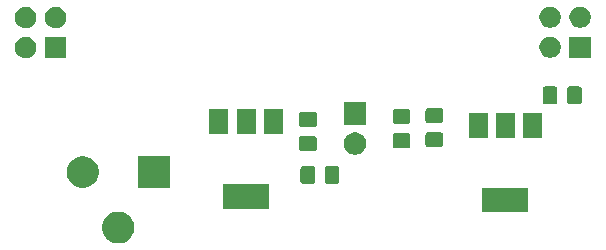
<source format=gbr>
G04 #@! TF.GenerationSoftware,KiCad,Pcbnew,5.1.5-52549c5~84~ubuntu18.04.1*
G04 #@! TF.CreationDate,2020-03-09T20:57:05+05:30*
G04 #@! TF.ProjectId,esdm,6573646d-2e6b-4696-9361-645f70636258,rev?*
G04 #@! TF.SameCoordinates,Original*
G04 #@! TF.FileFunction,Soldermask,Top*
G04 #@! TF.FilePolarity,Negative*
%FSLAX46Y46*%
G04 Gerber Fmt 4.6, Leading zero omitted, Abs format (unit mm)*
G04 Created by KiCad (PCBNEW 5.1.5-52549c5~84~ubuntu18.04.1) date 2020-03-09 20:57:05*
%MOMM*%
%LPD*%
G04 APERTURE LIST*
%ADD10C,0.100000*%
G04 APERTURE END LIST*
D10*
G36*
X126774072Y-75750918D02*
G01*
X126822555Y-75771000D01*
X127019939Y-75852759D01*
X127241212Y-76000610D01*
X127429390Y-76188788D01*
X127577241Y-76410061D01*
X127679082Y-76655928D01*
X127731000Y-76916938D01*
X127731000Y-77183062D01*
X127679082Y-77444072D01*
X127577241Y-77689939D01*
X127429390Y-77911212D01*
X127241212Y-78099390D01*
X127019939Y-78247241D01*
X127019938Y-78247242D01*
X127019937Y-78247242D01*
X126774072Y-78349082D01*
X126513063Y-78401000D01*
X126246937Y-78401000D01*
X125985928Y-78349082D01*
X125740063Y-78247242D01*
X125740062Y-78247242D01*
X125740061Y-78247241D01*
X125518788Y-78099390D01*
X125330610Y-77911212D01*
X125182759Y-77689939D01*
X125080918Y-77444072D01*
X125029000Y-77183062D01*
X125029000Y-76916938D01*
X125080918Y-76655928D01*
X125182759Y-76410061D01*
X125330610Y-76188788D01*
X125518788Y-76000610D01*
X125740061Y-75852759D01*
X125937446Y-75771000D01*
X125985928Y-75750918D01*
X126246937Y-75699000D01*
X126513063Y-75699000D01*
X126774072Y-75750918D01*
G37*
G36*
X161111000Y-75771000D02*
G01*
X157209000Y-75771000D01*
X157209000Y-73669000D01*
X161111000Y-73669000D01*
X161111000Y-75771000D01*
G37*
G36*
X139151000Y-75461000D02*
G01*
X135249000Y-75461000D01*
X135249000Y-73359000D01*
X139151000Y-73359000D01*
X139151000Y-75461000D01*
G37*
G36*
X123774072Y-71050918D02*
G01*
X124019939Y-71152759D01*
X124131328Y-71227187D01*
X124241211Y-71300609D01*
X124429391Y-71488789D01*
X124577242Y-71710063D01*
X124641377Y-71864899D01*
X124679082Y-71955928D01*
X124731000Y-72216938D01*
X124731000Y-72483062D01*
X124679082Y-72744072D01*
X124577241Y-72989939D01*
X124429390Y-73211212D01*
X124241212Y-73399390D01*
X124019939Y-73547241D01*
X124019938Y-73547242D01*
X124019937Y-73547242D01*
X123774072Y-73649082D01*
X123513063Y-73701000D01*
X123246937Y-73701000D01*
X122985928Y-73649082D01*
X122740063Y-73547242D01*
X122740062Y-73547242D01*
X122740061Y-73547241D01*
X122518788Y-73399390D01*
X122330610Y-73211212D01*
X122182759Y-72989939D01*
X122080918Y-72744072D01*
X122029000Y-72483062D01*
X122029000Y-72216938D01*
X122080918Y-71955928D01*
X122118623Y-71864899D01*
X122182758Y-71710063D01*
X122330609Y-71488789D01*
X122518789Y-71300609D01*
X122628672Y-71227187D01*
X122740061Y-71152759D01*
X122985928Y-71050918D01*
X123246937Y-70999000D01*
X123513063Y-70999000D01*
X123774072Y-71050918D01*
G37*
G36*
X130731000Y-73701000D02*
G01*
X128029000Y-73701000D01*
X128029000Y-70999000D01*
X130731000Y-70999000D01*
X130731000Y-73701000D01*
G37*
G36*
X142898674Y-71853465D02*
G01*
X142936367Y-71864899D01*
X142971103Y-71883466D01*
X143001548Y-71908452D01*
X143026534Y-71938897D01*
X143045101Y-71973633D01*
X143056535Y-72011326D01*
X143061000Y-72056661D01*
X143061000Y-73143339D01*
X143056535Y-73188674D01*
X143045101Y-73226367D01*
X143026534Y-73261103D01*
X143001548Y-73291548D01*
X142971103Y-73316534D01*
X142936367Y-73335101D01*
X142898674Y-73346535D01*
X142853339Y-73351000D01*
X142016661Y-73351000D01*
X141971326Y-73346535D01*
X141933633Y-73335101D01*
X141898897Y-73316534D01*
X141868452Y-73291548D01*
X141843466Y-73261103D01*
X141824899Y-73226367D01*
X141813465Y-73188674D01*
X141809000Y-73143339D01*
X141809000Y-72056661D01*
X141813465Y-72011326D01*
X141824899Y-71973633D01*
X141843466Y-71938897D01*
X141868452Y-71908452D01*
X141898897Y-71883466D01*
X141933633Y-71864899D01*
X141971326Y-71853465D01*
X142016661Y-71849000D01*
X142853339Y-71849000D01*
X142898674Y-71853465D01*
G37*
G36*
X144948674Y-71853465D02*
G01*
X144986367Y-71864899D01*
X145021103Y-71883466D01*
X145051548Y-71908452D01*
X145076534Y-71938897D01*
X145095101Y-71973633D01*
X145106535Y-72011326D01*
X145111000Y-72056661D01*
X145111000Y-73143339D01*
X145106535Y-73188674D01*
X145095101Y-73226367D01*
X145076534Y-73261103D01*
X145051548Y-73291548D01*
X145021103Y-73316534D01*
X144986367Y-73335101D01*
X144948674Y-73346535D01*
X144903339Y-73351000D01*
X144066661Y-73351000D01*
X144021326Y-73346535D01*
X143983633Y-73335101D01*
X143948897Y-73316534D01*
X143918452Y-73291548D01*
X143893466Y-73261103D01*
X143874899Y-73226367D01*
X143863465Y-73188674D01*
X143859000Y-73143339D01*
X143859000Y-72056661D01*
X143863465Y-72011326D01*
X143874899Y-71973633D01*
X143893466Y-71938897D01*
X143918452Y-71908452D01*
X143948897Y-71883466D01*
X143983633Y-71864899D01*
X144021326Y-71853465D01*
X144066661Y-71849000D01*
X144903339Y-71849000D01*
X144948674Y-71853465D01*
G37*
G36*
X146687395Y-69035546D02*
G01*
X146860466Y-69107234D01*
X146892221Y-69128452D01*
X147016227Y-69211310D01*
X147148690Y-69343773D01*
X147185403Y-69398718D01*
X147252766Y-69499534D01*
X147324454Y-69672605D01*
X147361000Y-69856333D01*
X147361000Y-70043667D01*
X147324454Y-70227395D01*
X147252766Y-70400466D01*
X147222096Y-70446367D01*
X147148690Y-70556227D01*
X147016227Y-70688690D01*
X146937818Y-70741081D01*
X146860466Y-70792766D01*
X146687395Y-70864454D01*
X146503667Y-70901000D01*
X146316333Y-70901000D01*
X146132605Y-70864454D01*
X145959534Y-70792766D01*
X145882182Y-70741081D01*
X145803773Y-70688690D01*
X145671310Y-70556227D01*
X145597904Y-70446367D01*
X145567234Y-70400466D01*
X145495546Y-70227395D01*
X145459000Y-70043667D01*
X145459000Y-69856333D01*
X145495546Y-69672605D01*
X145567234Y-69499534D01*
X145634597Y-69398718D01*
X145671310Y-69343773D01*
X145803773Y-69211310D01*
X145927779Y-69128452D01*
X145959534Y-69107234D01*
X146132605Y-69035546D01*
X146316333Y-68999000D01*
X146503667Y-68999000D01*
X146687395Y-69035546D01*
G37*
G36*
X143018674Y-69323465D02*
G01*
X143056367Y-69334899D01*
X143091103Y-69353466D01*
X143121548Y-69378452D01*
X143146534Y-69408897D01*
X143165101Y-69443633D01*
X143176535Y-69481326D01*
X143181000Y-69526661D01*
X143181000Y-70363339D01*
X143176535Y-70408674D01*
X143165101Y-70446367D01*
X143146534Y-70481103D01*
X143121548Y-70511548D01*
X143091103Y-70536534D01*
X143056367Y-70555101D01*
X143018674Y-70566535D01*
X142973339Y-70571000D01*
X141886661Y-70571000D01*
X141841326Y-70566535D01*
X141803633Y-70555101D01*
X141768897Y-70536534D01*
X141738452Y-70511548D01*
X141713466Y-70481103D01*
X141694899Y-70446367D01*
X141683465Y-70408674D01*
X141679000Y-70363339D01*
X141679000Y-69526661D01*
X141683465Y-69481326D01*
X141694899Y-69443633D01*
X141713466Y-69408897D01*
X141738452Y-69378452D01*
X141768897Y-69353466D01*
X141803633Y-69334899D01*
X141841326Y-69323465D01*
X141886661Y-69319000D01*
X142973339Y-69319000D01*
X143018674Y-69323465D01*
G37*
G36*
X150958674Y-69073465D02*
G01*
X150996367Y-69084899D01*
X151031103Y-69103466D01*
X151061548Y-69128452D01*
X151086534Y-69158897D01*
X151105101Y-69193633D01*
X151116535Y-69231326D01*
X151121000Y-69276661D01*
X151121000Y-70113339D01*
X151116535Y-70158674D01*
X151105101Y-70196367D01*
X151086534Y-70231103D01*
X151061548Y-70261548D01*
X151031103Y-70286534D01*
X150996367Y-70305101D01*
X150958674Y-70316535D01*
X150913339Y-70321000D01*
X149826661Y-70321000D01*
X149781326Y-70316535D01*
X149743633Y-70305101D01*
X149708897Y-70286534D01*
X149678452Y-70261548D01*
X149653466Y-70231103D01*
X149634899Y-70196367D01*
X149623465Y-70158674D01*
X149619000Y-70113339D01*
X149619000Y-69276661D01*
X149623465Y-69231326D01*
X149634899Y-69193633D01*
X149653466Y-69158897D01*
X149678452Y-69128452D01*
X149708897Y-69103466D01*
X149743633Y-69084899D01*
X149781326Y-69073465D01*
X149826661Y-69069000D01*
X150913339Y-69069000D01*
X150958674Y-69073465D01*
G37*
G36*
X153728674Y-69003465D02*
G01*
X153766367Y-69014899D01*
X153801103Y-69033466D01*
X153831548Y-69058452D01*
X153856534Y-69088897D01*
X153875101Y-69123633D01*
X153886535Y-69161326D01*
X153891000Y-69206661D01*
X153891000Y-70043339D01*
X153886535Y-70088674D01*
X153875101Y-70126367D01*
X153856534Y-70161103D01*
X153831548Y-70191548D01*
X153801103Y-70216534D01*
X153766367Y-70235101D01*
X153728674Y-70246535D01*
X153683339Y-70251000D01*
X152596661Y-70251000D01*
X152551326Y-70246535D01*
X152513633Y-70235101D01*
X152478897Y-70216534D01*
X152448452Y-70191548D01*
X152423466Y-70161103D01*
X152404899Y-70126367D01*
X152393465Y-70088674D01*
X152389000Y-70043339D01*
X152389000Y-69206661D01*
X152393465Y-69161326D01*
X152404899Y-69123633D01*
X152423466Y-69088897D01*
X152448452Y-69058452D01*
X152478897Y-69033466D01*
X152513633Y-69014899D01*
X152551326Y-69003465D01*
X152596661Y-68999000D01*
X153683339Y-68999000D01*
X153728674Y-69003465D01*
G37*
G36*
X162261000Y-69471000D02*
G01*
X160659000Y-69471000D01*
X160659000Y-67369000D01*
X162261000Y-67369000D01*
X162261000Y-69471000D01*
G37*
G36*
X157661000Y-69471000D02*
G01*
X156059000Y-69471000D01*
X156059000Y-67369000D01*
X157661000Y-67369000D01*
X157661000Y-69471000D01*
G37*
G36*
X159961000Y-69471000D02*
G01*
X158359000Y-69471000D01*
X158359000Y-67369000D01*
X159961000Y-67369000D01*
X159961000Y-69471000D01*
G37*
G36*
X135701000Y-69161000D02*
G01*
X134099000Y-69161000D01*
X134099000Y-67059000D01*
X135701000Y-67059000D01*
X135701000Y-69161000D01*
G37*
G36*
X140301000Y-69161000D02*
G01*
X138699000Y-69161000D01*
X138699000Y-67059000D01*
X140301000Y-67059000D01*
X140301000Y-69161000D01*
G37*
G36*
X138001000Y-69161000D02*
G01*
X136399000Y-69161000D01*
X136399000Y-67059000D01*
X138001000Y-67059000D01*
X138001000Y-69161000D01*
G37*
G36*
X143018674Y-67273465D02*
G01*
X143056367Y-67284899D01*
X143091103Y-67303466D01*
X143121548Y-67328452D01*
X143146534Y-67358897D01*
X143165101Y-67393633D01*
X143176535Y-67431326D01*
X143181000Y-67476661D01*
X143181000Y-68313339D01*
X143176535Y-68358674D01*
X143165101Y-68396367D01*
X143146534Y-68431103D01*
X143121548Y-68461548D01*
X143091103Y-68486534D01*
X143056367Y-68505101D01*
X143018674Y-68516535D01*
X142973339Y-68521000D01*
X141886661Y-68521000D01*
X141841326Y-68516535D01*
X141803633Y-68505101D01*
X141768897Y-68486534D01*
X141738452Y-68461548D01*
X141713466Y-68431103D01*
X141694899Y-68396367D01*
X141683465Y-68358674D01*
X141679000Y-68313339D01*
X141679000Y-67476661D01*
X141683465Y-67431326D01*
X141694899Y-67393633D01*
X141713466Y-67358897D01*
X141738452Y-67328452D01*
X141768897Y-67303466D01*
X141803633Y-67284899D01*
X141841326Y-67273465D01*
X141886661Y-67269000D01*
X142973339Y-67269000D01*
X143018674Y-67273465D01*
G37*
G36*
X147361000Y-68361000D02*
G01*
X145459000Y-68361000D01*
X145459000Y-66459000D01*
X147361000Y-66459000D01*
X147361000Y-68361000D01*
G37*
G36*
X150958674Y-67023465D02*
G01*
X150996367Y-67034899D01*
X151031103Y-67053466D01*
X151061548Y-67078452D01*
X151086534Y-67108897D01*
X151105101Y-67143633D01*
X151116535Y-67181326D01*
X151121000Y-67226661D01*
X151121000Y-68063339D01*
X151116535Y-68108674D01*
X151105101Y-68146367D01*
X151086534Y-68181103D01*
X151061548Y-68211548D01*
X151031103Y-68236534D01*
X150996367Y-68255101D01*
X150958674Y-68266535D01*
X150913339Y-68271000D01*
X149826661Y-68271000D01*
X149781326Y-68266535D01*
X149743633Y-68255101D01*
X149708897Y-68236534D01*
X149678452Y-68211548D01*
X149653466Y-68181103D01*
X149634899Y-68146367D01*
X149623465Y-68108674D01*
X149619000Y-68063339D01*
X149619000Y-67226661D01*
X149623465Y-67181326D01*
X149634899Y-67143633D01*
X149653466Y-67108897D01*
X149678452Y-67078452D01*
X149708897Y-67053466D01*
X149743633Y-67034899D01*
X149781326Y-67023465D01*
X149826661Y-67019000D01*
X150913339Y-67019000D01*
X150958674Y-67023465D01*
G37*
G36*
X153728674Y-66953465D02*
G01*
X153766367Y-66964899D01*
X153801103Y-66983466D01*
X153831548Y-67008452D01*
X153856534Y-67038897D01*
X153875101Y-67073633D01*
X153886535Y-67111326D01*
X153891000Y-67156661D01*
X153891000Y-67993339D01*
X153886535Y-68038674D01*
X153875101Y-68076367D01*
X153856534Y-68111103D01*
X153831548Y-68141548D01*
X153801103Y-68166534D01*
X153766367Y-68185101D01*
X153728674Y-68196535D01*
X153683339Y-68201000D01*
X152596661Y-68201000D01*
X152551326Y-68196535D01*
X152513633Y-68185101D01*
X152478897Y-68166534D01*
X152448452Y-68141548D01*
X152423466Y-68111103D01*
X152404899Y-68076367D01*
X152393465Y-68038674D01*
X152389000Y-67993339D01*
X152389000Y-67156661D01*
X152393465Y-67111326D01*
X152404899Y-67073633D01*
X152423466Y-67038897D01*
X152448452Y-67008452D01*
X152478897Y-66983466D01*
X152513633Y-66964899D01*
X152551326Y-66953465D01*
X152596661Y-66949000D01*
X153683339Y-66949000D01*
X153728674Y-66953465D01*
G37*
G36*
X165448674Y-65113465D02*
G01*
X165486367Y-65124899D01*
X165521103Y-65143466D01*
X165551548Y-65168452D01*
X165576534Y-65198897D01*
X165595101Y-65233633D01*
X165606535Y-65271326D01*
X165611000Y-65316661D01*
X165611000Y-66403339D01*
X165606535Y-66448674D01*
X165595101Y-66486367D01*
X165576534Y-66521103D01*
X165551548Y-66551548D01*
X165521103Y-66576534D01*
X165486367Y-66595101D01*
X165448674Y-66606535D01*
X165403339Y-66611000D01*
X164566661Y-66611000D01*
X164521326Y-66606535D01*
X164483633Y-66595101D01*
X164448897Y-66576534D01*
X164418452Y-66551548D01*
X164393466Y-66521103D01*
X164374899Y-66486367D01*
X164363465Y-66448674D01*
X164359000Y-66403339D01*
X164359000Y-65316661D01*
X164363465Y-65271326D01*
X164374899Y-65233633D01*
X164393466Y-65198897D01*
X164418452Y-65168452D01*
X164448897Y-65143466D01*
X164483633Y-65124899D01*
X164521326Y-65113465D01*
X164566661Y-65109000D01*
X165403339Y-65109000D01*
X165448674Y-65113465D01*
G37*
G36*
X163398674Y-65113465D02*
G01*
X163436367Y-65124899D01*
X163471103Y-65143466D01*
X163501548Y-65168452D01*
X163526534Y-65198897D01*
X163545101Y-65233633D01*
X163556535Y-65271326D01*
X163561000Y-65316661D01*
X163561000Y-66403339D01*
X163556535Y-66448674D01*
X163545101Y-66486367D01*
X163526534Y-66521103D01*
X163501548Y-66551548D01*
X163471103Y-66576534D01*
X163436367Y-66595101D01*
X163398674Y-66606535D01*
X163353339Y-66611000D01*
X162516661Y-66611000D01*
X162471326Y-66606535D01*
X162433633Y-66595101D01*
X162398897Y-66576534D01*
X162368452Y-66551548D01*
X162343466Y-66521103D01*
X162324899Y-66486367D01*
X162313465Y-66448674D01*
X162309000Y-66403339D01*
X162309000Y-65316661D01*
X162313465Y-65271326D01*
X162324899Y-65233633D01*
X162343466Y-65198897D01*
X162368452Y-65168452D01*
X162398897Y-65143466D01*
X162433633Y-65124899D01*
X162471326Y-65113465D01*
X162516661Y-65109000D01*
X163353339Y-65109000D01*
X163398674Y-65113465D01*
G37*
G36*
X121981000Y-62711000D02*
G01*
X120179000Y-62711000D01*
X120179000Y-60909000D01*
X121981000Y-60909000D01*
X121981000Y-62711000D01*
G37*
G36*
X118653512Y-60913927D02*
G01*
X118802812Y-60943624D01*
X118966784Y-61011544D01*
X119114354Y-61110147D01*
X119239853Y-61235646D01*
X119338456Y-61383216D01*
X119406376Y-61547188D01*
X119441000Y-61721259D01*
X119441000Y-61898741D01*
X119406376Y-62072812D01*
X119338456Y-62236784D01*
X119239853Y-62384354D01*
X119114354Y-62509853D01*
X118966784Y-62608456D01*
X118802812Y-62676376D01*
X118653512Y-62706073D01*
X118628742Y-62711000D01*
X118451258Y-62711000D01*
X118426488Y-62706073D01*
X118277188Y-62676376D01*
X118113216Y-62608456D01*
X117965646Y-62509853D01*
X117840147Y-62384354D01*
X117741544Y-62236784D01*
X117673624Y-62072812D01*
X117639000Y-61898741D01*
X117639000Y-61721259D01*
X117673624Y-61547188D01*
X117741544Y-61383216D01*
X117840147Y-61235646D01*
X117965646Y-61110147D01*
X118113216Y-61011544D01*
X118277188Y-60943624D01*
X118426488Y-60913927D01*
X118451258Y-60909000D01*
X118628742Y-60909000D01*
X118653512Y-60913927D01*
G37*
G36*
X163053512Y-60893927D02*
G01*
X163202812Y-60923624D01*
X163366784Y-60991544D01*
X163514354Y-61090147D01*
X163639853Y-61215646D01*
X163738456Y-61363216D01*
X163806376Y-61527188D01*
X163841000Y-61701259D01*
X163841000Y-61878741D01*
X163806376Y-62052812D01*
X163738456Y-62216784D01*
X163639853Y-62364354D01*
X163514354Y-62489853D01*
X163366784Y-62588456D01*
X163202812Y-62656376D01*
X163053512Y-62686073D01*
X163028742Y-62691000D01*
X162851258Y-62691000D01*
X162826488Y-62686073D01*
X162677188Y-62656376D01*
X162513216Y-62588456D01*
X162365646Y-62489853D01*
X162240147Y-62364354D01*
X162141544Y-62216784D01*
X162073624Y-62052812D01*
X162039000Y-61878741D01*
X162039000Y-61701259D01*
X162073624Y-61527188D01*
X162141544Y-61363216D01*
X162240147Y-61215646D01*
X162365646Y-61090147D01*
X162513216Y-60991544D01*
X162677188Y-60923624D01*
X162826488Y-60893927D01*
X162851258Y-60889000D01*
X163028742Y-60889000D01*
X163053512Y-60893927D01*
G37*
G36*
X166381000Y-62691000D02*
G01*
X164579000Y-62691000D01*
X164579000Y-60889000D01*
X166381000Y-60889000D01*
X166381000Y-62691000D01*
G37*
G36*
X118653512Y-58373927D02*
G01*
X118802812Y-58403624D01*
X118966784Y-58471544D01*
X119114354Y-58570147D01*
X119239853Y-58695646D01*
X119338456Y-58843216D01*
X119406376Y-59007188D01*
X119441000Y-59181259D01*
X119441000Y-59358741D01*
X119406376Y-59532812D01*
X119338456Y-59696784D01*
X119239853Y-59844354D01*
X119114354Y-59969853D01*
X118966784Y-60068456D01*
X118802812Y-60136376D01*
X118653512Y-60166073D01*
X118628742Y-60171000D01*
X118451258Y-60171000D01*
X118426488Y-60166073D01*
X118277188Y-60136376D01*
X118113216Y-60068456D01*
X117965646Y-59969853D01*
X117840147Y-59844354D01*
X117741544Y-59696784D01*
X117673624Y-59532812D01*
X117639000Y-59358741D01*
X117639000Y-59181259D01*
X117673624Y-59007188D01*
X117741544Y-58843216D01*
X117840147Y-58695646D01*
X117965646Y-58570147D01*
X118113216Y-58471544D01*
X118277188Y-58403624D01*
X118426488Y-58373927D01*
X118451258Y-58369000D01*
X118628742Y-58369000D01*
X118653512Y-58373927D01*
G37*
G36*
X121193512Y-58373927D02*
G01*
X121342812Y-58403624D01*
X121506784Y-58471544D01*
X121654354Y-58570147D01*
X121779853Y-58695646D01*
X121878456Y-58843216D01*
X121946376Y-59007188D01*
X121981000Y-59181259D01*
X121981000Y-59358741D01*
X121946376Y-59532812D01*
X121878456Y-59696784D01*
X121779853Y-59844354D01*
X121654354Y-59969853D01*
X121506784Y-60068456D01*
X121342812Y-60136376D01*
X121193512Y-60166073D01*
X121168742Y-60171000D01*
X120991258Y-60171000D01*
X120966488Y-60166073D01*
X120817188Y-60136376D01*
X120653216Y-60068456D01*
X120505646Y-59969853D01*
X120380147Y-59844354D01*
X120281544Y-59696784D01*
X120213624Y-59532812D01*
X120179000Y-59358741D01*
X120179000Y-59181259D01*
X120213624Y-59007188D01*
X120281544Y-58843216D01*
X120380147Y-58695646D01*
X120505646Y-58570147D01*
X120653216Y-58471544D01*
X120817188Y-58403624D01*
X120966488Y-58373927D01*
X120991258Y-58369000D01*
X121168742Y-58369000D01*
X121193512Y-58373927D01*
G37*
G36*
X163053512Y-58353927D02*
G01*
X163202812Y-58383624D01*
X163366784Y-58451544D01*
X163514354Y-58550147D01*
X163639853Y-58675646D01*
X163738456Y-58823216D01*
X163806376Y-58987188D01*
X163841000Y-59161259D01*
X163841000Y-59338741D01*
X163806376Y-59512812D01*
X163738456Y-59676784D01*
X163639853Y-59824354D01*
X163514354Y-59949853D01*
X163366784Y-60048456D01*
X163202812Y-60116376D01*
X163053512Y-60146073D01*
X163028742Y-60151000D01*
X162851258Y-60151000D01*
X162826488Y-60146073D01*
X162677188Y-60116376D01*
X162513216Y-60048456D01*
X162365646Y-59949853D01*
X162240147Y-59824354D01*
X162141544Y-59676784D01*
X162073624Y-59512812D01*
X162039000Y-59338741D01*
X162039000Y-59161259D01*
X162073624Y-58987188D01*
X162141544Y-58823216D01*
X162240147Y-58675646D01*
X162365646Y-58550147D01*
X162513216Y-58451544D01*
X162677188Y-58383624D01*
X162826488Y-58353927D01*
X162851258Y-58349000D01*
X163028742Y-58349000D01*
X163053512Y-58353927D01*
G37*
G36*
X165593512Y-58353927D02*
G01*
X165742812Y-58383624D01*
X165906784Y-58451544D01*
X166054354Y-58550147D01*
X166179853Y-58675646D01*
X166278456Y-58823216D01*
X166346376Y-58987188D01*
X166381000Y-59161259D01*
X166381000Y-59338741D01*
X166346376Y-59512812D01*
X166278456Y-59676784D01*
X166179853Y-59824354D01*
X166054354Y-59949853D01*
X165906784Y-60048456D01*
X165742812Y-60116376D01*
X165593512Y-60146073D01*
X165568742Y-60151000D01*
X165391258Y-60151000D01*
X165366488Y-60146073D01*
X165217188Y-60116376D01*
X165053216Y-60048456D01*
X164905646Y-59949853D01*
X164780147Y-59824354D01*
X164681544Y-59676784D01*
X164613624Y-59512812D01*
X164579000Y-59338741D01*
X164579000Y-59161259D01*
X164613624Y-58987188D01*
X164681544Y-58823216D01*
X164780147Y-58675646D01*
X164905646Y-58550147D01*
X165053216Y-58451544D01*
X165217188Y-58383624D01*
X165366488Y-58353927D01*
X165391258Y-58349000D01*
X165568742Y-58349000D01*
X165593512Y-58353927D01*
G37*
M02*

</source>
